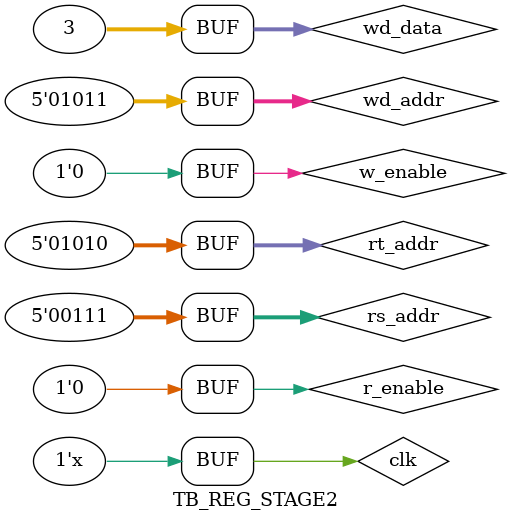
<source format=v>
module TB_REG_STAGE2;
  wire [31:0] rs_data, rt_data;
  reg [4:0] rs_addr, rt_addr, wd_addr;
  reg [31:0] wd_data;
  reg r_enable, w_enable, clk;
  
  REGISTER_STAGE2 REG_TEST(rs_data, rt_data, rs_addr, rt_addr, wd_addr, wd_data, r_enable, w_enable, clk);
   
   initial
       begin
         clk = 1'b0;
         r_enable = 1'b0;
         w_enable = 1'b0;
       end
       
       always
       #50 clk = ~clk;
       
       initial
        begin
          #100 rs_addr   <= 5'd7;
               rt_addr   <= 5'd10;
               wd_addr   <= 5'd11;
               wd_data   <= 32'd3;
               r_enable  <= 1'b1;
               w_enable  <= 1'b1;
               
          #150 rs_addr   <= 5'd7;
               rt_addr   <= 5'd10;
               wd_addr   <= 5'd11;
               wd_data   <= 32'd3;
               r_enable  <= 1'b0;
               w_enable  <= 1'b1;
               
          #200 rs_addr   <= 5'd7;
               rt_addr   <= 5'd10;
               wd_addr   <= 5'd11;
               wd_data   <= 32'd3;
               r_enable  <= 1'b1;
               w_enable  <= 1'b0;
               
          #250 rs_addr   <= 5'd7;
               rt_addr   <= 5'd10;
               wd_addr   <= 5'd11;
               wd_data   <= 32'd3;
               r_enable  <= 1'b0;
               w_enable  <= 1'b0;
          
        end
  
endmodule

</source>
